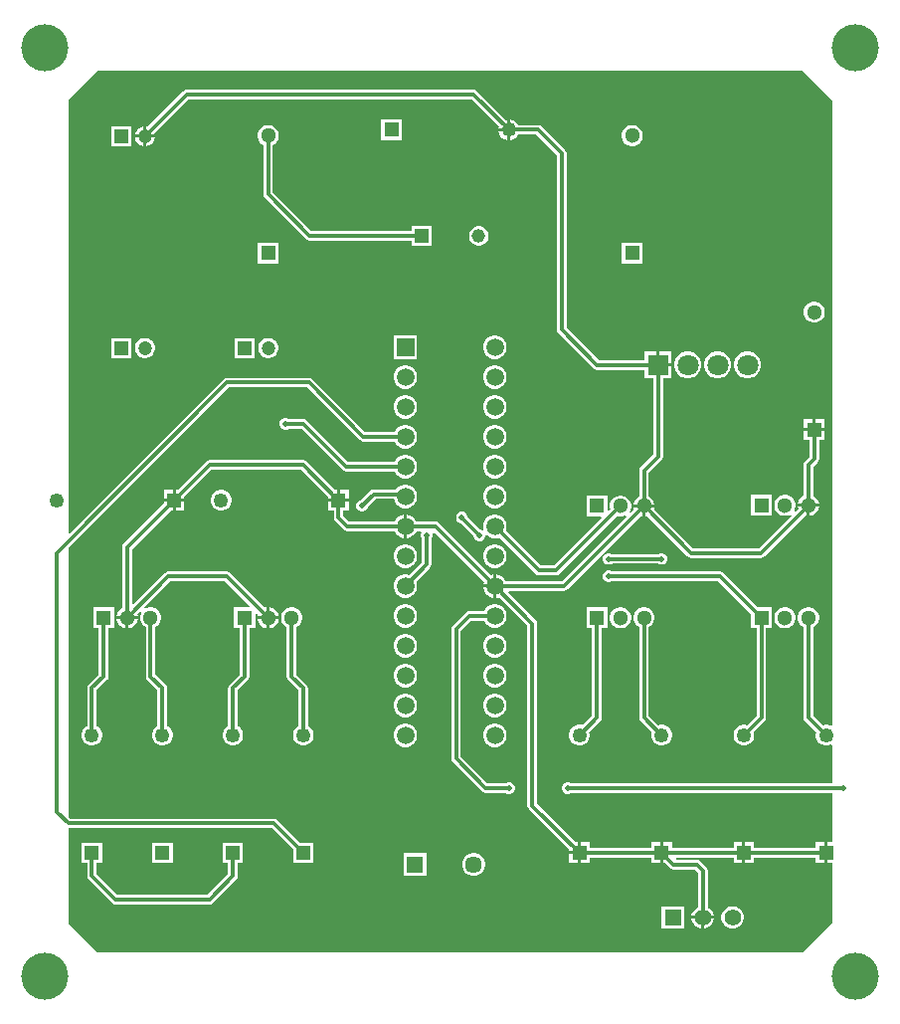
<source format=gtl>
G04*
G04 #@! TF.GenerationSoftware,Altium Limited,Altium Designer,23.3.1 (30)*
G04*
G04 Layer_Physical_Order=1*
G04 Layer_Color=255*
%FSLAX44Y44*%
%MOMM*%
G71*
G04*
G04 #@! TF.SameCoordinates,9B24EA63-C825-4E2D-BC30-5D40CB4EF2F0*
G04*
G04*
G04 #@! TF.FilePolarity,Positive*
G04*
G01*
G75*
%ADD17C,1.3000*%
%ADD18R,1.3000X1.3000*%
%ADD19C,1.1500*%
%ADD20R,1.1500X1.1500*%
%ADD25R,1.2500X1.2500*%
%ADD26C,1.2500*%
%ADD27R,1.3890X1.3890*%
%ADD28C,1.3890*%
%ADD33R,1.2500X1.2500*%
%ADD34R,1.4500X1.4500*%
%ADD35C,1.4500*%
%ADD38C,0.3200*%
%ADD39C,0.3000*%
%ADD40R,1.2000X1.2000*%
%ADD41C,1.2000*%
%ADD42R,1.3000X1.3000*%
%ADD43R,1.5000X1.5000*%
%ADD44C,1.5000*%
%ADD45R,1.8000X1.8000*%
%ADD46C,1.8000*%
%ADD47C,4.0000*%
%ADD48C,0.5000*%
G36*
X700000Y775000D02*
Y243487D01*
X698900Y242852D01*
X698377Y243154D01*
X696152Y243750D01*
X693848D01*
X692404Y243363D01*
X684078Y251689D01*
Y326962D01*
X685526Y327798D01*
X687202Y329474D01*
X688387Y331526D01*
X689000Y333815D01*
Y336185D01*
X688387Y338474D01*
X687202Y340526D01*
X685526Y342202D01*
X683474Y343387D01*
X681185Y344000D01*
X678815D01*
X676526Y343387D01*
X674474Y342202D01*
X672798Y340526D01*
X671613Y338474D01*
X671000Y336185D01*
Y333815D01*
X671613Y331526D01*
X672798Y329474D01*
X674474Y327798D01*
X675922Y326962D01*
Y250000D01*
X675922Y250000D01*
X676232Y248439D01*
X677116Y247116D01*
X686637Y237596D01*
X686250Y236152D01*
Y233848D01*
X686846Y231623D01*
X687998Y229627D01*
X689627Y227998D01*
X691623Y226846D01*
X693848Y226250D01*
X696152D01*
X698377Y226846D01*
X698900Y227148D01*
X700000Y226513D01*
Y194078D01*
X477993D01*
X477832Y194239D01*
X475995Y195000D01*
X474005D01*
X472168Y194239D01*
X470761Y192832D01*
X470000Y190994D01*
Y189005D01*
X470761Y187168D01*
X472168Y185761D01*
X474005Y185000D01*
X475995D01*
X477832Y185761D01*
X477993Y185922D01*
X700000D01*
Y143790D01*
X696270D01*
Y135000D01*
Y126210D01*
X700000D01*
Y75000D01*
X675000Y50000D01*
X75000D01*
X50000Y75000D01*
Y155922D01*
X223311D01*
X241250Y137982D01*
Y126250D01*
X258750D01*
Y143750D01*
X247018D01*
X227884Y162884D01*
X226561Y163768D01*
X225000Y164078D01*
X225000Y164078D01*
X51689D01*
X50000Y165768D01*
Y394232D01*
X186689Y530922D01*
X253311D01*
X298216Y486016D01*
X298216Y486016D01*
X299539Y485132D01*
X301100Y484822D01*
X327708D01*
X328898Y482760D01*
X330760Y480898D01*
X333040Y479581D01*
X335583Y478900D01*
X338217D01*
X340760Y479581D01*
X343040Y480898D01*
X344902Y482760D01*
X346218Y485040D01*
X346900Y487584D01*
Y490216D01*
X346218Y492760D01*
X344902Y495040D01*
X343040Y496902D01*
X340760Y498218D01*
X338217Y498900D01*
X335583D01*
X333040Y498218D01*
X330760Y496902D01*
X328898Y495040D01*
X327708Y492978D01*
X302789D01*
X257884Y537884D01*
X256561Y538768D01*
X255000Y539078D01*
X255000Y539078D01*
X185000D01*
X185000Y539078D01*
X183439Y538768D01*
X182116Y537884D01*
X182116Y537884D01*
X51173Y406941D01*
X50000Y407427D01*
Y775000D01*
X75000Y800000D01*
X675000D01*
X700000Y775000D01*
D02*
G37*
%LPC*%
G36*
X395000Y784180D02*
X150500D01*
X148900Y783862D01*
X147544Y782956D01*
X117310Y752722D01*
X116270Y753001D01*
Y745770D01*
X123501D01*
X123222Y746810D01*
X152232Y775820D01*
X393269D01*
X416574Y752514D01*
X416240Y751270D01*
X423730D01*
Y758760D01*
X422486Y758426D01*
X397956Y782956D01*
X396600Y783862D01*
X395000Y784180D01*
D02*
G37*
G36*
X113730Y753001D02*
X111704Y752458D01*
X109756Y751334D01*
X108166Y749744D01*
X107042Y747796D01*
X106499Y745770D01*
X113730D01*
Y753001D01*
D02*
G37*
G36*
X333750Y758750D02*
X316250D01*
Y741250D01*
X333750D01*
Y758750D01*
D02*
G37*
G36*
X423730Y748730D02*
X416240D01*
X416809Y746607D01*
X417966Y744603D01*
X419603Y742966D01*
X421607Y741809D01*
X423730Y741240D01*
Y748730D01*
D02*
G37*
G36*
X103500Y753000D02*
X86500D01*
Y736000D01*
X103500D01*
Y753000D01*
D02*
G37*
G36*
X531185Y754000D02*
X528815D01*
X526526Y753387D01*
X524474Y752202D01*
X522798Y750526D01*
X521613Y748474D01*
X521000Y746185D01*
Y743815D01*
X521613Y741526D01*
X522798Y739474D01*
X524474Y737798D01*
X526526Y736613D01*
X528815Y736000D01*
X531185D01*
X533474Y736613D01*
X535526Y737798D01*
X537202Y739474D01*
X538387Y741526D01*
X539000Y743815D01*
Y746185D01*
X538387Y748474D01*
X537202Y750526D01*
X535526Y752202D01*
X533474Y753387D01*
X531185Y754000D01*
D02*
G37*
G36*
X123501Y743230D02*
X116270D01*
Y735999D01*
X118296Y736542D01*
X120244Y737666D01*
X121834Y739256D01*
X122958Y741204D01*
X123501Y743230D01*
D02*
G37*
G36*
X113730D02*
X106499D01*
X107042Y741204D01*
X108166Y739256D01*
X109756Y737666D01*
X111704Y736542D01*
X113730Y735999D01*
Y743230D01*
D02*
G37*
G36*
X400486Y668250D02*
X398314D01*
X396216Y667688D01*
X394334Y666602D01*
X392798Y665066D01*
X391712Y663184D01*
X391150Y661086D01*
Y658914D01*
X391712Y656816D01*
X392798Y654934D01*
X394334Y653398D01*
X396216Y652312D01*
X398314Y651750D01*
X400486D01*
X402584Y652312D01*
X404466Y653398D01*
X406002Y654934D01*
X407088Y656816D01*
X407650Y658914D01*
Y661086D01*
X407088Y663184D01*
X406002Y665066D01*
X404466Y666602D01*
X402584Y667688D01*
X400486Y668250D01*
D02*
G37*
G36*
X221185Y754000D02*
X218815D01*
X216526Y753387D01*
X214474Y752202D01*
X212798Y750526D01*
X211613Y748474D01*
X211000Y746185D01*
Y743815D01*
X211613Y741526D01*
X212798Y739474D01*
X214474Y737798D01*
X215922Y736962D01*
Y695000D01*
X215922Y695000D01*
X216232Y693439D01*
X217116Y692116D01*
X252116Y657116D01*
X252116Y657116D01*
X253439Y656232D01*
X255000Y655922D01*
X342350D01*
Y651750D01*
X358850D01*
Y668250D01*
X342350D01*
Y664078D01*
X256689D01*
X224078Y696689D01*
Y736962D01*
X225526Y737798D01*
X227202Y739474D01*
X228387Y741526D01*
X229000Y743815D01*
Y746185D01*
X228387Y748474D01*
X227202Y750526D01*
X225526Y752202D01*
X223474Y753387D01*
X221185Y754000D01*
D02*
G37*
G36*
X539000Y654000D02*
X521000D01*
Y636000D01*
X539000D01*
Y654000D01*
D02*
G37*
G36*
X229000D02*
X211000D01*
Y636000D01*
X229000D01*
Y654000D01*
D02*
G37*
G36*
X686185Y604000D02*
X683815D01*
X681526Y603387D01*
X679474Y602202D01*
X677798Y600526D01*
X676613Y598474D01*
X676000Y596185D01*
Y593815D01*
X676613Y591526D01*
X677798Y589474D01*
X679474Y587798D01*
X681526Y586613D01*
X683815Y586000D01*
X686185D01*
X688474Y586613D01*
X690526Y587798D01*
X692202Y589474D01*
X693387Y591526D01*
X694000Y593815D01*
Y596185D01*
X693387Y598474D01*
X692202Y600526D01*
X690526Y602202D01*
X688474Y603387D01*
X686185Y604000D01*
D02*
G37*
G36*
X221119Y573000D02*
X218881D01*
X216719Y572421D01*
X214781Y571302D01*
X213198Y569719D01*
X212079Y567781D01*
X211500Y565619D01*
Y563381D01*
X212079Y561219D01*
X213198Y559281D01*
X214781Y557698D01*
X216719Y556579D01*
X218881Y556000D01*
X221119D01*
X223281Y556579D01*
X225219Y557698D01*
X226802Y559281D01*
X227921Y561219D01*
X228500Y563381D01*
Y565619D01*
X227921Y567781D01*
X226802Y569719D01*
X225219Y571302D01*
X223281Y572421D01*
X221119Y573000D01*
D02*
G37*
G36*
X208500D02*
X191500D01*
Y556000D01*
X208500D01*
Y573000D01*
D02*
G37*
G36*
X116119D02*
X113881D01*
X111719Y572421D01*
X109781Y571302D01*
X108198Y569719D01*
X107079Y567781D01*
X106500Y565619D01*
Y563381D01*
X107079Y561219D01*
X108198Y559281D01*
X109781Y557698D01*
X111719Y556579D01*
X113881Y556000D01*
X116119D01*
X118281Y556579D01*
X120219Y557698D01*
X121802Y559281D01*
X122921Y561219D01*
X123500Y563381D01*
Y565619D01*
X122921Y567781D01*
X121802Y569719D01*
X120219Y571302D01*
X118281Y572421D01*
X116119Y573000D01*
D02*
G37*
G36*
X103500D02*
X86500D01*
Y556000D01*
X103500D01*
Y573000D01*
D02*
G37*
G36*
X414417Y575100D02*
X411783D01*
X409240Y574418D01*
X406960Y573102D01*
X405098Y571240D01*
X403782Y568960D01*
X403100Y566417D01*
Y563783D01*
X403782Y561240D01*
X405098Y558960D01*
X406960Y557098D01*
X409240Y555782D01*
X411783Y555100D01*
X414417D01*
X416960Y555782D01*
X419240Y557098D01*
X421102Y558960D01*
X422419Y561240D01*
X423100Y563783D01*
Y566417D01*
X422419Y568960D01*
X421102Y571240D01*
X419240Y573102D01*
X416960Y574418D01*
X414417Y575100D01*
D02*
G37*
G36*
X346900D02*
X326900D01*
Y555100D01*
X346900D01*
Y575100D01*
D02*
G37*
G36*
X563440Y561540D02*
X553170D01*
Y551270D01*
X563440D01*
Y561540D01*
D02*
G37*
G36*
X629614Y561500D02*
X626586D01*
X623661Y560716D01*
X621039Y559202D01*
X618898Y557061D01*
X617384Y554439D01*
X616600Y551514D01*
Y548486D01*
X617384Y545561D01*
X618898Y542939D01*
X621039Y540798D01*
X623661Y539284D01*
X626586Y538500D01*
X629614D01*
X632539Y539284D01*
X635161Y540798D01*
X637302Y542939D01*
X638816Y545561D01*
X639600Y548486D01*
Y551514D01*
X638816Y554439D01*
X637302Y557061D01*
X635161Y559202D01*
X632539Y560716D01*
X629614Y561500D01*
D02*
G37*
G36*
X604214D02*
X601186D01*
X598261Y560716D01*
X595639Y559202D01*
X593498Y557061D01*
X591984Y554439D01*
X591200Y551514D01*
Y548486D01*
X591984Y545561D01*
X593498Y542939D01*
X595639Y540798D01*
X598261Y539284D01*
X601186Y538500D01*
X604214D01*
X607139Y539284D01*
X609761Y540798D01*
X611902Y542939D01*
X613416Y545561D01*
X614200Y548486D01*
Y551514D01*
X613416Y554439D01*
X611902Y557061D01*
X609761Y559202D01*
X607139Y560716D01*
X604214Y561500D01*
D02*
G37*
G36*
X578814D02*
X575786D01*
X572861Y560716D01*
X570239Y559202D01*
X568098Y557061D01*
X566584Y554439D01*
X565800Y551514D01*
Y548486D01*
X566584Y545561D01*
X568098Y542939D01*
X570239Y540798D01*
X572861Y539284D01*
X575786Y538500D01*
X578814D01*
X581739Y539284D01*
X584361Y540798D01*
X586502Y542939D01*
X588016Y545561D01*
X588800Y548486D01*
Y551514D01*
X588016Y554439D01*
X586502Y557061D01*
X584361Y559202D01*
X581739Y560716D01*
X578814Y561500D01*
D02*
G37*
G36*
X414417Y549700D02*
X411783D01*
X409240Y549019D01*
X406960Y547702D01*
X405098Y545840D01*
X403782Y543560D01*
X403100Y541017D01*
Y538383D01*
X403782Y535840D01*
X405098Y533560D01*
X406960Y531698D01*
X409240Y530382D01*
X411783Y529700D01*
X414417D01*
X416960Y530382D01*
X419240Y531698D01*
X421102Y533560D01*
X422419Y535840D01*
X423100Y538383D01*
Y541017D01*
X422419Y543560D01*
X421102Y545840D01*
X419240Y547702D01*
X416960Y549019D01*
X414417Y549700D01*
D02*
G37*
G36*
X338217D02*
X335583D01*
X333040Y549019D01*
X330760Y547702D01*
X328898Y545840D01*
X327581Y543560D01*
X326900Y541017D01*
Y538383D01*
X327581Y535840D01*
X328898Y533560D01*
X330760Y531698D01*
X333040Y530382D01*
X335583Y529700D01*
X338217D01*
X340760Y530382D01*
X343040Y531698D01*
X344902Y533560D01*
X346218Y535840D01*
X346900Y538383D01*
Y541017D01*
X346218Y543560D01*
X344902Y545840D01*
X343040Y547702D01*
X340760Y549019D01*
X338217Y549700D01*
D02*
G37*
G36*
X414417Y524300D02*
X411783D01*
X409240Y523619D01*
X406960Y522302D01*
X405098Y520440D01*
X403782Y518160D01*
X403100Y515616D01*
Y512984D01*
X403782Y510440D01*
X405098Y508160D01*
X406960Y506298D01*
X409240Y504981D01*
X411783Y504300D01*
X414417D01*
X416960Y504981D01*
X419240Y506298D01*
X421102Y508160D01*
X422419Y510440D01*
X423100Y512984D01*
Y515616D01*
X422419Y518160D01*
X421102Y520440D01*
X419240Y522302D01*
X416960Y523619D01*
X414417Y524300D01*
D02*
G37*
G36*
X338217D02*
X335583D01*
X333040Y523619D01*
X330760Y522302D01*
X328898Y520440D01*
X327581Y518160D01*
X326900Y515616D01*
Y512984D01*
X327581Y510440D01*
X328898Y508160D01*
X330760Y506298D01*
X333040Y504981D01*
X335583Y504300D01*
X338217D01*
X340760Y504981D01*
X343040Y506298D01*
X344902Y508160D01*
X346218Y510440D01*
X346900Y512984D01*
Y515616D01*
X346218Y518160D01*
X344902Y520440D01*
X343040Y522302D01*
X340760Y523619D01*
X338217Y524300D01*
D02*
G37*
G36*
X694040Y504040D02*
X686270D01*
Y496270D01*
X694040D01*
Y504040D01*
D02*
G37*
G36*
X683730D02*
X675960D01*
Y496270D01*
X683730D01*
Y504040D01*
D02*
G37*
G36*
X414417Y498900D02*
X411783D01*
X409240Y498218D01*
X406960Y496902D01*
X405098Y495040D01*
X403782Y492760D01*
X403100Y490216D01*
Y487584D01*
X403782Y485040D01*
X405098Y482760D01*
X406960Y480898D01*
X409240Y479581D01*
X411783Y478900D01*
X414417D01*
X416960Y479581D01*
X419240Y480898D01*
X421102Y482760D01*
X422419Y485040D01*
X423100Y487584D01*
Y490216D01*
X422419Y492760D01*
X421102Y495040D01*
X419240Y496902D01*
X416960Y498218D01*
X414417Y498900D01*
D02*
G37*
G36*
Y473500D02*
X411783D01*
X409240Y472818D01*
X406960Y471502D01*
X405098Y469640D01*
X403782Y467360D01*
X403100Y464817D01*
Y462183D01*
X403782Y459640D01*
X405098Y457360D01*
X406960Y455498D01*
X409240Y454182D01*
X411783Y453500D01*
X414417D01*
X416960Y454182D01*
X419240Y455498D01*
X421102Y457360D01*
X422419Y459640D01*
X423100Y462183D01*
Y464817D01*
X422419Y467360D01*
X421102Y469640D01*
X419240Y471502D01*
X416960Y472818D01*
X414417Y473500D01*
D02*
G37*
G36*
X235994Y505000D02*
X234005D01*
X232168Y504239D01*
X230761Y502832D01*
X230000Y500995D01*
Y499005D01*
X230761Y497168D01*
X232168Y495761D01*
X234005Y495000D01*
X235994D01*
X237832Y495761D01*
X237993Y495922D01*
X248311D01*
X283616Y460616D01*
X283616Y460616D01*
X284939Y459732D01*
X286500Y459422D01*
X327708D01*
X328898Y457360D01*
X330760Y455498D01*
X333040Y454182D01*
X335583Y453500D01*
X338217D01*
X340760Y454182D01*
X343040Y455498D01*
X344902Y457360D01*
X346218Y459640D01*
X346900Y462183D01*
Y464817D01*
X346218Y467360D01*
X344902Y469640D01*
X343040Y471502D01*
X340760Y472818D01*
X338217Y473500D01*
X335583D01*
X333040Y472818D01*
X330760Y471502D01*
X328898Y469640D01*
X327708Y467578D01*
X288189D01*
X252884Y502884D01*
X251561Y503768D01*
X250000Y504078D01*
X250000Y504078D01*
X237993D01*
X237832Y504239D01*
X235994Y505000D01*
D02*
G37*
G36*
X288790Y443790D02*
X281270D01*
Y436270D01*
X288790D01*
Y443790D01*
D02*
G37*
G36*
X250000Y469180D02*
X170000D01*
X168400Y468862D01*
X167044Y467956D01*
X142878Y443790D01*
X141270D01*
Y436270D01*
X148790D01*
Y437878D01*
X171731Y460820D01*
X248269D01*
X271210Y437878D01*
Y436270D01*
X278730D01*
Y443790D01*
X277122D01*
X252956Y467956D01*
X251600Y468862D01*
X250000Y469180D01*
D02*
G37*
G36*
X138730Y443790D02*
X131210D01*
Y436270D01*
X138730D01*
Y443790D01*
D02*
G37*
G36*
X685000Y495000D02*
D01*
Y493730D01*
X675960D01*
Y485960D01*
X680820D01*
Y471731D01*
X677044Y467956D01*
X676138Y466600D01*
X675820Y465000D01*
Y438525D01*
X674449Y437734D01*
X672766Y436051D01*
X671576Y433989D01*
X670981Y431770D01*
X689019D01*
X688424Y433989D01*
X687234Y436051D01*
X685551Y437734D01*
X684180Y438525D01*
Y463268D01*
X687956Y467044D01*
X688862Y468400D01*
X689180Y470000D01*
Y485960D01*
X694040D01*
Y493730D01*
X685000D01*
Y495000D01*
D02*
G37*
G36*
X426270Y758760D02*
Y750000D01*
Y741240D01*
X428393Y741809D01*
X430397Y742966D01*
X432034Y744603D01*
X432736Y745820D01*
X448268D01*
X465820Y728268D01*
Y580000D01*
X466138Y578400D01*
X467044Y577044D01*
X497044Y547044D01*
X498400Y546138D01*
X500000Y545820D01*
X540360D01*
Y538460D01*
X547720D01*
Y473632D01*
X537044Y462956D01*
X536138Y461600D01*
X535820Y460000D01*
Y438025D01*
X534449Y437234D01*
X532766Y435551D01*
X531576Y433489D01*
X530981Y431270D01*
X549019D01*
X548424Y433489D01*
X547234Y435551D01*
X545551Y437234D01*
X544180Y438025D01*
Y458269D01*
X554856Y468944D01*
X555762Y470300D01*
X556080Y471900D01*
Y538460D01*
X563440D01*
Y548730D01*
X551900D01*
Y550000D01*
X550630D01*
Y561540D01*
X540360D01*
Y554180D01*
X501731D01*
X474180Y581731D01*
Y730000D01*
X473862Y731600D01*
X472956Y732956D01*
X452956Y752956D01*
X451600Y753862D01*
X450000Y754180D01*
X432736D01*
X432034Y755397D01*
X430397Y757034D01*
X428393Y758191D01*
X426270Y758760D01*
D02*
G37*
G36*
X414417Y448100D02*
X411783D01*
X409240Y447419D01*
X406960Y446102D01*
X405098Y444240D01*
X403782Y441960D01*
X403100Y439417D01*
Y436783D01*
X403782Y434240D01*
X405098Y431960D01*
X406960Y430098D01*
X409240Y428782D01*
X411783Y428100D01*
X414417D01*
X416960Y428782D01*
X419240Y430098D01*
X421102Y431960D01*
X422419Y434240D01*
X423100Y436783D01*
Y439417D01*
X422419Y441960D01*
X421102Y444240D01*
X419240Y446102D01*
X416960Y447419D01*
X414417Y448100D01*
D02*
G37*
G36*
X338217D02*
X335583D01*
X333040Y447419D01*
X330760Y446102D01*
X328898Y444240D01*
X328805Y444078D01*
X310000D01*
X308439Y443768D01*
X307116Y442884D01*
X307116Y442884D01*
X299232Y435000D01*
X299005D01*
X297168Y434239D01*
X295761Y432832D01*
X295000Y430994D01*
Y429005D01*
X295761Y427168D01*
X297168Y425761D01*
X299005Y425000D01*
X300994D01*
X302832Y425761D01*
X304239Y427168D01*
X305000Y429005D01*
Y429232D01*
X311689Y435922D01*
X327131D01*
X327581Y434240D01*
X328898Y431960D01*
X330760Y430098D01*
X333040Y428782D01*
X335583Y428100D01*
X338217D01*
X340760Y428782D01*
X343040Y430098D01*
X344902Y431960D01*
X346218Y434240D01*
X346900Y436783D01*
Y439417D01*
X346218Y441960D01*
X344902Y444240D01*
X343040Y446102D01*
X340760Y447419D01*
X338217Y448100D01*
D02*
G37*
G36*
X181152Y443750D02*
X178848D01*
X176623Y443154D01*
X174627Y442002D01*
X172998Y440373D01*
X171846Y438377D01*
X171250Y436152D01*
Y433848D01*
X171846Y431623D01*
X172998Y429627D01*
X174627Y427998D01*
X176623Y426846D01*
X178848Y426250D01*
X181152D01*
X183377Y426846D01*
X185373Y427998D01*
X187002Y429627D01*
X188154Y431623D01*
X188750Y433848D01*
Y436152D01*
X188154Y438377D01*
X187002Y440373D01*
X185373Y442002D01*
X183377Y443154D01*
X181152Y443750D01*
D02*
G37*
G36*
X148790Y433730D02*
X141270D01*
Y426210D01*
X148790D01*
Y433730D01*
D02*
G37*
G36*
X521185Y439000D02*
X518815D01*
X516526Y438387D01*
X514474Y437202D01*
X512798Y435526D01*
X511613Y433474D01*
X511000Y431185D01*
Y428815D01*
X511402Y427314D01*
X510173Y426085D01*
X509000Y426571D01*
Y439000D01*
X491000D01*
Y421000D01*
X503429D01*
X503915Y419827D01*
X463268Y379180D01*
X452532D01*
X422514Y409198D01*
X423100Y411384D01*
Y414016D01*
X422419Y416560D01*
X421102Y418840D01*
X419240Y420702D01*
X416960Y422019D01*
X414417Y422700D01*
X411783D01*
X409240Y422019D01*
X406960Y420702D01*
X405098Y418840D01*
X403782Y416560D01*
X403100Y414016D01*
Y411384D01*
X403376Y410355D01*
X402301Y409459D01*
X400994Y410000D01*
X400768D01*
X390000Y420768D01*
Y420995D01*
X389239Y422832D01*
X387832Y424239D01*
X385995Y425000D01*
X384005D01*
X382168Y424239D01*
X380761Y422832D01*
X380000Y420995D01*
Y419005D01*
X380761Y417168D01*
X382168Y415761D01*
X384005Y415000D01*
X384232D01*
X395000Y404232D01*
Y404005D01*
X395761Y402168D01*
X397168Y400761D01*
X399005Y400000D01*
X400994D01*
X402832Y400761D01*
X404239Y402168D01*
X405000Y404005D01*
Y404862D01*
X406270Y405388D01*
X406960Y404698D01*
X409240Y403382D01*
X411783Y402700D01*
X414417D01*
X416602Y403286D01*
X447844Y372044D01*
X449200Y371138D01*
X450800Y370820D01*
X465000D01*
X466600Y371138D01*
X467956Y372044D01*
X517314Y421402D01*
X518815Y421000D01*
X521185D01*
X523474Y421613D01*
X524495Y422203D01*
X525275Y421187D01*
X470168Y366080D01*
X422280D01*
X421134Y368065D01*
X419265Y369934D01*
X416975Y371256D01*
X414422Y371940D01*
X414370D01*
Y361900D01*
Y351860D01*
X414422D01*
X416635Y352453D01*
X440820Y328268D01*
Y175000D01*
X441138Y173400D01*
X442044Y172044D01*
X476210Y137878D01*
Y136270D01*
X483730D01*
Y143790D01*
X482122D01*
X449180Y176731D01*
Y330000D01*
X448862Y331600D01*
X447956Y332956D01*
X424366Y356546D01*
X424851Y357720D01*
X471900D01*
X473500Y358038D01*
X474856Y358944D01*
X537281Y421370D01*
X538730Y420981D01*
Y428730D01*
X530981D01*
X531370Y427281D01*
X528813Y424725D01*
X527797Y425505D01*
X528387Y426526D01*
X529000Y428815D01*
Y431185D01*
X528387Y433474D01*
X527202Y435526D01*
X525526Y437202D01*
X523474Y438387D01*
X521185Y439000D01*
D02*
G37*
G36*
X649000Y439500D02*
X631000D01*
Y421500D01*
X649000D01*
Y439500D01*
D02*
G37*
G36*
X689019Y429230D02*
X681270D01*
Y421481D01*
X683489Y422076D01*
X685551Y423266D01*
X687234Y424949D01*
X688424Y427011D01*
X689019Y429230D01*
D02*
G37*
G36*
X288790Y433730D02*
X280000D01*
X271210D01*
Y426210D01*
X275820D01*
Y420000D01*
X276138Y418400D01*
X277044Y417044D01*
X284344Y409744D01*
X285700Y408838D01*
X287300Y408520D01*
X327720D01*
X328866Y406535D01*
X330735Y404666D01*
X333025Y403344D01*
X335578Y402660D01*
X335630D01*
Y412700D01*
Y422740D01*
X335578D01*
X333025Y422056D01*
X330735Y420734D01*
X328866Y418865D01*
X327720Y416880D01*
X289032D01*
X284180Y421731D01*
Y426210D01*
X288790D01*
Y433730D01*
D02*
G37*
G36*
X661185Y439500D02*
X658815D01*
X656526Y438887D01*
X654474Y437702D01*
X652798Y436026D01*
X651613Y433974D01*
X651000Y431685D01*
Y429315D01*
X651613Y427026D01*
X652798Y424974D01*
X654474Y423298D01*
X656526Y422113D01*
X658815Y421500D01*
X661185D01*
X663474Y422113D01*
X664495Y422703D01*
X665275Y421687D01*
X637768Y394180D01*
X581731D01*
X548630Y427281D01*
X549019Y428730D01*
X541270D01*
Y420981D01*
X542719Y421370D01*
X577044Y387044D01*
X578400Y386138D01*
X580000Y385820D01*
X639500D01*
X641100Y386138D01*
X642456Y387044D01*
X677281Y421870D01*
X678730Y421481D01*
Y429230D01*
X670981D01*
X671369Y427781D01*
X668813Y425225D01*
X667797Y426005D01*
X668387Y427026D01*
X669000Y429315D01*
Y431685D01*
X668387Y433974D01*
X667202Y436026D01*
X665526Y437702D01*
X663474Y438887D01*
X661185Y439500D01*
D02*
G37*
G36*
X555994Y390000D02*
X554005D01*
X552168Y389239D01*
X552007Y389078D01*
X512993D01*
X512832Y389239D01*
X510995Y390000D01*
X509005D01*
X507168Y389239D01*
X505761Y387832D01*
X505000Y385995D01*
Y384005D01*
X505761Y382168D01*
X507168Y380761D01*
X509005Y380000D01*
X510995D01*
X512832Y380761D01*
X512993Y380922D01*
X552007D01*
X552168Y380761D01*
X554005Y380000D01*
X555994D01*
X557832Y380761D01*
X559239Y382168D01*
X560000Y384005D01*
Y385995D01*
X559239Y387832D01*
X557832Y389239D01*
X555994Y390000D01*
D02*
G37*
G36*
X414417Y397300D02*
X411783D01*
X409240Y396618D01*
X406960Y395302D01*
X405098Y393440D01*
X403782Y391160D01*
X403100Y388616D01*
Y385984D01*
X403782Y383440D01*
X405098Y381160D01*
X406960Y379298D01*
X409240Y377981D01*
X411783Y377300D01*
X414417D01*
X416960Y377981D01*
X419240Y379298D01*
X421102Y381160D01*
X422419Y383440D01*
X423100Y385984D01*
Y388616D01*
X422419Y391160D01*
X421102Y393440D01*
X419240Y395302D01*
X416960Y396618D01*
X414417Y397300D01*
D02*
G37*
G36*
X338217D02*
X335583D01*
X333040Y396618D01*
X330760Y395302D01*
X328898Y393440D01*
X327581Y391160D01*
X326900Y388616D01*
Y385984D01*
X327581Y383440D01*
X328898Y381160D01*
X330760Y379298D01*
X333040Y377981D01*
X335583Y377300D01*
X338217D01*
X340760Y377981D01*
X343040Y379298D01*
X344902Y381160D01*
X346218Y383440D01*
X346900Y385984D01*
Y388616D01*
X346218Y391160D01*
X344902Y393440D01*
X343040Y395302D01*
X340760Y396618D01*
X338217Y397300D01*
D02*
G37*
G36*
X338222Y422740D02*
X338170D01*
Y412700D01*
Y402660D01*
X338222D01*
X340775Y403344D01*
X343065Y404666D01*
X344934Y406535D01*
X346080Y408520D01*
X349789D01*
X350520Y407250D01*
X350000Y405994D01*
Y404005D01*
X350761Y402168D01*
X350922Y402007D01*
Y381689D01*
X340516Y371284D01*
X338217Y371900D01*
X335583D01*
X333040Y371218D01*
X330760Y369902D01*
X328898Y368040D01*
X327581Y365760D01*
X326900Y363217D01*
Y360583D01*
X327581Y358040D01*
X328898Y355760D01*
X330760Y353898D01*
X333040Y352581D01*
X335583Y351900D01*
X338217D01*
X340760Y352581D01*
X343040Y353898D01*
X344902Y355760D01*
X346218Y358040D01*
X346900Y360583D01*
Y363217D01*
X346284Y365516D01*
X357884Y377116D01*
X357884Y377116D01*
X358768Y378439D01*
X359078Y380000D01*
X359078Y380000D01*
Y402007D01*
X359239Y402168D01*
X360000Y404005D01*
Y405994D01*
X359854Y406348D01*
X360654Y407735D01*
X361271Y407817D01*
X403653Y365435D01*
X403060Y363222D01*
Y363170D01*
X411830D01*
Y371940D01*
X411778D01*
X409565Y371347D01*
X365256Y415656D01*
X363900Y416562D01*
X362300Y416880D01*
X346080D01*
X344934Y418865D01*
X343065Y420734D01*
X340775Y422056D01*
X338222Y422740D01*
D02*
G37*
G36*
X411830Y360630D02*
X403060D01*
Y360578D01*
X403744Y358025D01*
X405066Y355735D01*
X406935Y353866D01*
X409225Y352544D01*
X411778Y351860D01*
X411830D01*
Y360630D01*
D02*
G37*
G36*
X414417Y346500D02*
X411783D01*
X409240Y345818D01*
X406960Y344502D01*
X405098Y342640D01*
X403908Y340578D01*
X391500D01*
X391500Y340578D01*
X389939Y340268D01*
X388616Y339384D01*
X388616Y339384D01*
X377116Y327884D01*
X376232Y326561D01*
X375922Y325000D01*
X375922Y325000D01*
Y215000D01*
X375922Y215000D01*
X376232Y213439D01*
X377116Y212116D01*
X402116Y187116D01*
X402116Y187116D01*
X403439Y186232D01*
X405000Y185922D01*
X422007D01*
X422168Y185761D01*
X424005Y185000D01*
X425995D01*
X427832Y185761D01*
X429239Y187168D01*
X430000Y189005D01*
Y190994D01*
X429239Y192832D01*
X427832Y194239D01*
X425995Y195000D01*
X424005D01*
X422168Y194239D01*
X422007Y194078D01*
X406689D01*
X384078Y216689D01*
Y323311D01*
X393189Y332422D01*
X403908D01*
X405098Y330360D01*
X406960Y328498D01*
X409240Y327182D01*
X411783Y326500D01*
X414417D01*
X416960Y327182D01*
X419240Y328498D01*
X421102Y330360D01*
X422419Y332640D01*
X423100Y335183D01*
Y337817D01*
X422419Y340360D01*
X421102Y342640D01*
X419240Y344502D01*
X416960Y345818D01*
X414417Y346500D01*
D02*
G37*
G36*
X221270Y344019D02*
Y336270D01*
X229019D01*
X228424Y338489D01*
X227234Y340551D01*
X225551Y342234D01*
X223489Y343424D01*
X221270Y344019D01*
D02*
G37*
G36*
X138730Y433730D02*
X131210D01*
Y432122D01*
X97044Y397956D01*
X96138Y396600D01*
X95820Y395000D01*
Y343025D01*
X94449Y342234D01*
X92766Y340551D01*
X91576Y338489D01*
X90981Y336270D01*
X109019D01*
X108630Y337719D01*
X111187Y340275D01*
X112203Y339495D01*
X111613Y338474D01*
X111000Y336185D01*
Y333815D01*
X111613Y331526D01*
X112798Y329474D01*
X114474Y327798D01*
X115922Y326962D01*
Y285000D01*
X115922Y285000D01*
X116232Y283439D01*
X117116Y282116D01*
X125922Y273311D01*
Y242749D01*
X124627Y242002D01*
X122998Y240373D01*
X121846Y238377D01*
X121250Y236152D01*
Y233848D01*
X121846Y231623D01*
X122998Y229627D01*
X124627Y227998D01*
X126623Y226846D01*
X128848Y226250D01*
X131152D01*
X133377Y226846D01*
X135373Y227998D01*
X137002Y229627D01*
X138154Y231623D01*
X138750Y233848D01*
Y236152D01*
X138154Y238377D01*
X137002Y240373D01*
X135373Y242002D01*
X134078Y242749D01*
Y275000D01*
X133768Y276561D01*
X132884Y277884D01*
X132884Y277884D01*
X124078Y286689D01*
Y326962D01*
X125526Y327798D01*
X127202Y329474D01*
X128387Y331526D01*
X129000Y333815D01*
Y336185D01*
X128387Y338474D01*
X127202Y340526D01*
X125526Y342202D01*
X123474Y343387D01*
X121185Y344000D01*
X118815D01*
X116526Y343387D01*
X115505Y342797D01*
X114725Y343813D01*
X136732Y365820D01*
X183268D01*
X203915Y345173D01*
X203429Y344000D01*
X191000D01*
Y326000D01*
X195922D01*
Y286689D01*
X187116Y277884D01*
X186232Y276561D01*
X185922Y275000D01*
X185922Y275000D01*
Y242749D01*
X184627Y242002D01*
X182998Y240373D01*
X181846Y238377D01*
X181250Y236152D01*
Y233848D01*
X181846Y231623D01*
X182998Y229627D01*
X184627Y227998D01*
X186623Y226846D01*
X188848Y226250D01*
X191152D01*
X193377Y226846D01*
X195373Y227998D01*
X197002Y229627D01*
X198154Y231623D01*
X198750Y233848D01*
Y236152D01*
X198154Y238377D01*
X197002Y240373D01*
X195373Y242002D01*
X194078Y242749D01*
Y273311D01*
X202884Y282116D01*
X202884Y282116D01*
X203768Y283439D01*
X204078Y285000D01*
Y326000D01*
X209000D01*
Y338429D01*
X210173Y338915D01*
X211370Y337719D01*
X210981Y336270D01*
X218730D01*
Y344019D01*
X217281Y343630D01*
X187956Y372956D01*
X186600Y373862D01*
X185000Y374180D01*
X135000D01*
X133400Y373862D01*
X132044Y372956D01*
X105354Y346265D01*
X104180Y346752D01*
Y393268D01*
X137122Y426210D01*
X138730D01*
Y433730D01*
D02*
G37*
G36*
X338217Y346500D02*
X335583D01*
X333040Y345818D01*
X330760Y344502D01*
X328898Y342640D01*
X327581Y340360D01*
X326900Y337817D01*
Y335183D01*
X327581Y332640D01*
X328898Y330360D01*
X330760Y328498D01*
X333040Y327182D01*
X335583Y326500D01*
X338217D01*
X340760Y327182D01*
X343040Y328498D01*
X344902Y330360D01*
X346218Y332640D01*
X346900Y335183D01*
Y337817D01*
X346218Y340360D01*
X344902Y342640D01*
X343040Y344502D01*
X340760Y345818D01*
X338217Y346500D01*
D02*
G37*
G36*
X661185Y344000D02*
X658815D01*
X656526Y343387D01*
X654474Y342202D01*
X652798Y340526D01*
X651613Y338474D01*
X651000Y336185D01*
Y333815D01*
X651613Y331526D01*
X652798Y329474D01*
X654474Y327798D01*
X656526Y326613D01*
X658815Y326000D01*
X661185D01*
X663474Y326613D01*
X665526Y327798D01*
X667202Y329474D01*
X668387Y331526D01*
X669000Y333815D01*
Y336185D01*
X668387Y338474D01*
X667202Y340526D01*
X665526Y342202D01*
X663474Y343387D01*
X661185Y344000D01*
D02*
G37*
G36*
X521185D02*
X518815D01*
X516526Y343387D01*
X514474Y342202D01*
X512798Y340526D01*
X511613Y338474D01*
X511000Y336185D01*
Y333815D01*
X511613Y331526D01*
X512798Y329474D01*
X514474Y327798D01*
X516526Y326613D01*
X518815Y326000D01*
X521185D01*
X523474Y326613D01*
X525526Y327798D01*
X527202Y329474D01*
X528387Y331526D01*
X529000Y333815D01*
Y336185D01*
X528387Y338474D01*
X527202Y340526D01*
X525526Y342202D01*
X523474Y343387D01*
X521185Y344000D01*
D02*
G37*
G36*
X229019Y333730D02*
X221270D01*
Y325981D01*
X223489Y326576D01*
X225551Y327766D01*
X227234Y329449D01*
X228424Y331511D01*
X229019Y333730D01*
D02*
G37*
G36*
X218730D02*
X210981D01*
X211576Y331511D01*
X212766Y329449D01*
X214449Y327766D01*
X216511Y326576D01*
X218730Y325981D01*
Y333730D01*
D02*
G37*
G36*
X109019D02*
X101270D01*
Y325981D01*
X103489Y326576D01*
X105551Y327766D01*
X107234Y329449D01*
X108424Y331511D01*
X109019Y333730D01*
D02*
G37*
G36*
X98730D02*
X90981D01*
X91576Y331511D01*
X92766Y329449D01*
X94449Y327766D01*
X96511Y326576D01*
X98730Y325981D01*
Y333730D01*
D02*
G37*
G36*
X414417Y321100D02*
X411783D01*
X409240Y320419D01*
X406960Y319102D01*
X405098Y317240D01*
X403782Y314960D01*
X403100Y312416D01*
Y309783D01*
X403782Y307240D01*
X405098Y304960D01*
X406960Y303098D01*
X409240Y301782D01*
X411783Y301100D01*
X414417D01*
X416960Y301782D01*
X419240Y303098D01*
X421102Y304960D01*
X422419Y307240D01*
X423100Y309783D01*
Y312416D01*
X422419Y314960D01*
X421102Y317240D01*
X419240Y319102D01*
X416960Y320419D01*
X414417Y321100D01*
D02*
G37*
G36*
X338217D02*
X335583D01*
X333040Y320419D01*
X330760Y319102D01*
X328898Y317240D01*
X327581Y314960D01*
X326900Y312416D01*
Y309783D01*
X327581Y307240D01*
X328898Y304960D01*
X330760Y303098D01*
X333040Y301782D01*
X335583Y301100D01*
X338217D01*
X340760Y301782D01*
X343040Y303098D01*
X344902Y304960D01*
X346218Y307240D01*
X346900Y309783D01*
Y312416D01*
X346218Y314960D01*
X344902Y317240D01*
X343040Y319102D01*
X340760Y320419D01*
X338217Y321100D01*
D02*
G37*
G36*
X414417Y295700D02*
X411783D01*
X409240Y295019D01*
X406960Y293702D01*
X405098Y291840D01*
X403782Y289560D01*
X403100Y287017D01*
Y284384D01*
X403782Y281840D01*
X405098Y279560D01*
X406960Y277698D01*
X409240Y276381D01*
X411783Y275700D01*
X414417D01*
X416960Y276381D01*
X419240Y277698D01*
X421102Y279560D01*
X422419Y281840D01*
X423100Y284384D01*
Y287017D01*
X422419Y289560D01*
X421102Y291840D01*
X419240Y293702D01*
X416960Y295019D01*
X414417Y295700D01*
D02*
G37*
G36*
X338217D02*
X335583D01*
X333040Y295019D01*
X330760Y293702D01*
X328898Y291840D01*
X327581Y289560D01*
X326900Y287017D01*
Y284384D01*
X327581Y281840D01*
X328898Y279560D01*
X330760Y277698D01*
X333040Y276381D01*
X335583Y275700D01*
X338217D01*
X340760Y276381D01*
X343040Y277698D01*
X344902Y279560D01*
X346218Y281840D01*
X346900Y284384D01*
Y287017D01*
X346218Y289560D01*
X344902Y291840D01*
X343040Y293702D01*
X340760Y295019D01*
X338217Y295700D01*
D02*
G37*
G36*
X414417Y270300D02*
X411783D01*
X409240Y269618D01*
X406960Y268302D01*
X405098Y266440D01*
X403782Y264160D01*
X403100Y261616D01*
Y258983D01*
X403782Y256440D01*
X405098Y254160D01*
X406960Y252298D01*
X409240Y250982D01*
X411783Y250300D01*
X414417D01*
X416960Y250982D01*
X419240Y252298D01*
X421102Y254160D01*
X422419Y256440D01*
X423100Y258983D01*
Y261616D01*
X422419Y264160D01*
X421102Y266440D01*
X419240Y268302D01*
X416960Y269618D01*
X414417Y270300D01*
D02*
G37*
G36*
X338217D02*
X335583D01*
X333040Y269618D01*
X330760Y268302D01*
X328898Y266440D01*
X327581Y264160D01*
X326900Y261616D01*
Y258983D01*
X327581Y256440D01*
X328898Y254160D01*
X330760Y252298D01*
X333040Y250982D01*
X335583Y250300D01*
X338217D01*
X340760Y250982D01*
X343040Y252298D01*
X344902Y254160D01*
X346218Y256440D01*
X346900Y258983D01*
Y261616D01*
X346218Y264160D01*
X344902Y266440D01*
X343040Y268302D01*
X340760Y269618D01*
X338217Y270300D01*
D02*
G37*
G36*
X510995Y375000D02*
X509005D01*
X507168Y374239D01*
X505761Y372832D01*
X505000Y370995D01*
Y369005D01*
X505761Y367168D01*
X507168Y365761D01*
X509005Y365000D01*
X510995D01*
X512832Y365761D01*
X512993Y365922D01*
X603311D01*
X631000Y338232D01*
Y326000D01*
X635922D01*
Y251689D01*
X627595Y243363D01*
X626152Y243750D01*
X623848D01*
X621623Y243154D01*
X619627Y242002D01*
X617998Y240373D01*
X616846Y238377D01*
X616250Y236152D01*
Y233848D01*
X616846Y231623D01*
X617998Y229627D01*
X619627Y227998D01*
X621623Y226846D01*
X623848Y226250D01*
X626152D01*
X628377Y226846D01*
X630373Y227998D01*
X632002Y229627D01*
X633154Y231623D01*
X633750Y233848D01*
Y236152D01*
X633363Y237596D01*
X642884Y247116D01*
X642884Y247116D01*
X643768Y248439D01*
X644078Y250000D01*
X644078Y250000D01*
Y326000D01*
X649000D01*
Y344000D01*
X636768D01*
X607884Y372884D01*
X606561Y373768D01*
X605000Y374078D01*
X605000Y374078D01*
X512993D01*
X512832Y374239D01*
X510995Y375000D01*
D02*
G37*
G36*
X509000Y344000D02*
X491000D01*
Y326000D01*
X495922D01*
Y251689D01*
X487595Y243363D01*
X486152Y243750D01*
X483848D01*
X481623Y243154D01*
X479627Y242002D01*
X477998Y240373D01*
X476846Y238377D01*
X476250Y236152D01*
Y233848D01*
X476846Y231623D01*
X477998Y229627D01*
X479627Y227998D01*
X481623Y226846D01*
X483848Y226250D01*
X486152D01*
X488377Y226846D01*
X490373Y227998D01*
X492002Y229627D01*
X493154Y231623D01*
X493750Y233848D01*
Y236152D01*
X493363Y237596D01*
X502884Y247116D01*
X502884Y247116D01*
X503768Y248439D01*
X504078Y250000D01*
Y326000D01*
X509000D01*
Y344000D01*
D02*
G37*
G36*
X541185D02*
X538815D01*
X536526Y343387D01*
X534474Y342202D01*
X532798Y340526D01*
X531613Y338474D01*
X531000Y336185D01*
Y333815D01*
X531613Y331526D01*
X532798Y329474D01*
X534474Y327798D01*
X535922Y326962D01*
Y250000D01*
X535922Y250000D01*
X536232Y248439D01*
X537116Y247116D01*
X546637Y237596D01*
X546250Y236152D01*
Y233848D01*
X546846Y231623D01*
X547998Y229627D01*
X549627Y227998D01*
X551623Y226846D01*
X553848Y226250D01*
X556152D01*
X558377Y226846D01*
X560373Y227998D01*
X562002Y229627D01*
X563154Y231623D01*
X563750Y233848D01*
Y236152D01*
X563154Y238377D01*
X562002Y240373D01*
X560373Y242002D01*
X558377Y243154D01*
X556152Y243750D01*
X553848D01*
X552405Y243363D01*
X544078Y251689D01*
Y326962D01*
X545526Y327798D01*
X547202Y329474D01*
X548387Y331526D01*
X549000Y333815D01*
Y336185D01*
X548387Y338474D01*
X547202Y340526D01*
X545526Y342202D01*
X543474Y343387D01*
X541185Y344000D01*
D02*
G37*
G36*
X241185D02*
X238815D01*
X236526Y343387D01*
X234474Y342202D01*
X232798Y340526D01*
X231613Y338474D01*
X231000Y336185D01*
Y333815D01*
X231613Y331526D01*
X232798Y329474D01*
X234474Y327798D01*
X235922Y326962D01*
Y285000D01*
X235922Y285000D01*
X236232Y283439D01*
X237116Y282116D01*
X245922Y273311D01*
Y242749D01*
X244627Y242002D01*
X242998Y240373D01*
X241846Y238377D01*
X241250Y236152D01*
Y233848D01*
X241846Y231623D01*
X242998Y229627D01*
X244627Y227998D01*
X246623Y226846D01*
X248848Y226250D01*
X251152D01*
X253377Y226846D01*
X255373Y227998D01*
X257002Y229627D01*
X258154Y231623D01*
X258750Y233848D01*
Y236152D01*
X258154Y238377D01*
X257002Y240373D01*
X255373Y242002D01*
X254078Y242749D01*
Y275000D01*
X254078Y275000D01*
X253768Y276561D01*
X252884Y277884D01*
X244078Y286689D01*
Y326962D01*
X245526Y327798D01*
X247202Y329474D01*
X248387Y331526D01*
X249000Y333815D01*
Y336185D01*
X248387Y338474D01*
X247202Y340526D01*
X245526Y342202D01*
X243474Y343387D01*
X241185Y344000D01*
D02*
G37*
G36*
X89000D02*
X71000D01*
Y326000D01*
X75922D01*
Y286689D01*
X67116Y277884D01*
X66232Y276561D01*
X65922Y275000D01*
X65922Y275000D01*
Y242749D01*
X64627Y242002D01*
X62998Y240373D01*
X61846Y238377D01*
X61250Y236152D01*
Y233848D01*
X61846Y231623D01*
X62998Y229627D01*
X64627Y227998D01*
X66623Y226846D01*
X68848Y226250D01*
X71152D01*
X73377Y226846D01*
X75373Y227998D01*
X77002Y229627D01*
X78154Y231623D01*
X78750Y233848D01*
Y236152D01*
X78154Y238377D01*
X77002Y240373D01*
X75373Y242002D01*
X74078Y242749D01*
Y273311D01*
X82884Y282116D01*
X83768Y283439D01*
X84078Y285000D01*
X84078Y285000D01*
Y326000D01*
X89000D01*
Y344000D01*
D02*
G37*
G36*
X414417Y244900D02*
X411783D01*
X409240Y244219D01*
X406960Y242902D01*
X405098Y241040D01*
X403782Y238760D01*
X403100Y236217D01*
Y233584D01*
X403782Y231040D01*
X405098Y228760D01*
X406960Y226898D01*
X409240Y225581D01*
X411783Y224900D01*
X414417D01*
X416960Y225581D01*
X419240Y226898D01*
X421102Y228760D01*
X422419Y231040D01*
X423100Y233584D01*
Y236217D01*
X422419Y238760D01*
X421102Y241040D01*
X419240Y242902D01*
X416960Y244219D01*
X414417Y244900D01*
D02*
G37*
G36*
X338217D02*
X335583D01*
X333040Y244219D01*
X330760Y242902D01*
X328898Y241040D01*
X327581Y238760D01*
X326900Y236217D01*
Y233584D01*
X327581Y231040D01*
X328898Y228760D01*
X330760Y226898D01*
X333040Y225581D01*
X335583Y224900D01*
X338217D01*
X340760Y225581D01*
X343040Y226898D01*
X344902Y228760D01*
X346218Y231040D01*
X346900Y233584D01*
Y236217D01*
X346218Y238760D01*
X344902Y241040D01*
X343040Y242902D01*
X340760Y244219D01*
X338217Y244900D01*
D02*
G37*
G36*
X693730Y143790D02*
X686210D01*
Y139180D01*
X633790D01*
Y143790D01*
X626270D01*
Y135000D01*
Y126210D01*
X633790D01*
Y130820D01*
X686210D01*
Y126210D01*
X693730D01*
Y135000D01*
Y143790D01*
D02*
G37*
G36*
X623730D02*
X616210D01*
Y139180D01*
X563790D01*
Y143790D01*
X556270D01*
Y135000D01*
Y126210D01*
X557878D01*
X562044Y122044D01*
X563400Y121138D01*
X565000Y120820D01*
X583269D01*
X585820Y118268D01*
Y88539D01*
X584176Y87590D01*
X582410Y85824D01*
X581161Y83661D01*
X580521Y81270D01*
X599479D01*
X598839Y83661D01*
X597590Y85824D01*
X595824Y87590D01*
X594180Y88539D01*
Y120000D01*
X593862Y121600D01*
X592956Y122956D01*
X587956Y127956D01*
X586600Y128862D01*
X585000Y129180D01*
X567447D01*
X567178Y129550D01*
X567825Y130820D01*
X616210D01*
Y126210D01*
X623730D01*
Y135000D01*
Y143790D01*
D02*
G37*
G36*
X553730D02*
X546210D01*
Y139180D01*
X493790D01*
Y143790D01*
X486270D01*
Y135000D01*
Y126210D01*
X493790D01*
Y130820D01*
X546210D01*
Y126210D01*
X553730D01*
Y135000D01*
Y143790D01*
D02*
G37*
G36*
X138750Y143750D02*
X121250D01*
Y126250D01*
X138750D01*
Y143750D01*
D02*
G37*
G36*
X483730Y133730D02*
X476210D01*
Y126210D01*
X483730D01*
Y133730D01*
D02*
G37*
G36*
X396284Y134750D02*
X393716D01*
X391237Y134086D01*
X389013Y132802D01*
X387198Y130987D01*
X385914Y128763D01*
X385250Y126284D01*
Y123716D01*
X385914Y121237D01*
X387198Y119013D01*
X389013Y117198D01*
X391237Y115914D01*
X393716Y115250D01*
X396284D01*
X398763Y115914D01*
X400987Y117198D01*
X402802Y119013D01*
X404086Y121237D01*
X404750Y123716D01*
Y126284D01*
X404086Y128763D01*
X402802Y130987D01*
X400987Y132802D01*
X398763Y134086D01*
X396284Y134750D01*
D02*
G37*
G36*
X354750D02*
X335250D01*
Y115250D01*
X354750D01*
Y134750D01*
D02*
G37*
G36*
X198750Y143750D02*
X181250D01*
Y126250D01*
X185922D01*
Y116689D01*
X168311Y99078D01*
X91689D01*
X74078Y116689D01*
Y126250D01*
X78750D01*
Y143750D01*
X61250D01*
Y126250D01*
X65922D01*
Y115000D01*
X65922Y115000D01*
X66232Y113439D01*
X67116Y112116D01*
X87116Y92116D01*
X88439Y91232D01*
X90000Y90922D01*
X90000Y90922D01*
X170000D01*
X170000Y90922D01*
X171561Y91232D01*
X172884Y92116D01*
X192884Y112116D01*
X192884Y112116D01*
X193768Y113439D01*
X194078Y115000D01*
Y126250D01*
X198750D01*
Y143750D01*
D02*
G37*
G36*
X616643Y89445D02*
X614156D01*
X611754Y88801D01*
X609601Y87558D01*
X607842Y85799D01*
X606599Y83646D01*
X605955Y81243D01*
Y78756D01*
X606599Y76354D01*
X607842Y74201D01*
X609601Y72442D01*
X611754Y71199D01*
X614156Y70555D01*
X616643D01*
X619046Y71199D01*
X621199Y72442D01*
X622958Y74201D01*
X624201Y76354D01*
X624845Y78756D01*
Y81243D01*
X624201Y83646D01*
X622958Y85799D01*
X621199Y87558D01*
X619046Y88801D01*
X616643Y89445D01*
D02*
G37*
G36*
X574045D02*
X555155D01*
Y70555D01*
X574045D01*
Y89445D01*
D02*
G37*
G36*
X599479Y78730D02*
X591270D01*
Y70521D01*
X593661Y71161D01*
X595824Y72410D01*
X597590Y74176D01*
X598839Y76339D01*
X599479Y78730D01*
D02*
G37*
G36*
X588730D02*
X580521D01*
X581161Y76339D01*
X582410Y74176D01*
X584176Y72410D01*
X586339Y71161D01*
X588730Y70521D01*
Y78730D01*
D02*
G37*
%LPD*%
D17*
X685000Y595000D02*
D03*
X660000Y335000D02*
D03*
X680000D02*
D03*
X520000D02*
D03*
X540000D02*
D03*
X660000Y430500D02*
D03*
X680000D02*
D03*
X520000Y430000D02*
D03*
X540000D02*
D03*
X100000Y335000D02*
D03*
X120000D02*
D03*
X220000D02*
D03*
X240000D02*
D03*
X530000Y745000D02*
D03*
X220000D02*
D03*
D18*
X685000Y495000D02*
D03*
X530000Y645000D02*
D03*
X220000D02*
D03*
D19*
X399400Y660000D02*
D03*
D20*
X350600D02*
D03*
D25*
X485000Y135000D02*
D03*
X555000D02*
D03*
X625000D02*
D03*
X695000D02*
D03*
X250000D02*
D03*
X190000D02*
D03*
X130000D02*
D03*
X70000D02*
D03*
D26*
X485000Y235000D02*
D03*
X555000D02*
D03*
X625000D02*
D03*
X695000D02*
D03*
X250000D02*
D03*
X190000D02*
D03*
X130000D02*
D03*
X70000D02*
D03*
X425000Y750000D02*
D03*
X180000Y435000D02*
D03*
X40000D02*
D03*
D27*
X564600Y80000D02*
D03*
D28*
X590000D02*
D03*
X615400D02*
D03*
D33*
X325000Y750000D02*
D03*
X280000Y435000D02*
D03*
X140000D02*
D03*
D34*
X345000Y125000D02*
D03*
D35*
X395000D02*
D03*
D38*
X680000Y430500D02*
Y465000D01*
X685000Y470000D02*
Y495000D01*
X680000Y465000D02*
X685000Y470000D01*
X470000Y580000D02*
Y730000D01*
X140000Y435000D02*
X170000Y465000D01*
X100000Y395000D02*
X140000Y435000D01*
X100000Y335000D02*
Y395000D01*
X395000Y780000D02*
X425000Y750000D01*
X150500Y780000D02*
X395000D01*
X115000Y744500D02*
X150500Y780000D01*
X450000Y750000D02*
X470000Y730000D01*
X425000Y750000D02*
X450000D01*
X470000Y580000D02*
X500000Y550000D01*
X551900D01*
X413100Y412700D02*
X450800Y375000D01*
X465000D01*
X413100Y361900D02*
X471900D01*
X465000Y375000D02*
X520000Y430000D01*
X471900Y361900D02*
X540000Y430000D01*
X551900Y471900D02*
Y550000D01*
X540000Y460000D02*
X551900Y471900D01*
X280000Y420000D02*
Y435000D01*
Y420000D02*
X287300Y412700D01*
X336900D02*
X362300D01*
X287300D02*
X336900D01*
X250000Y465000D02*
X280000Y435000D01*
X639500Y390000D02*
X680000Y430500D01*
X540000Y430000D02*
X580000Y390000D01*
X639500D01*
X445000Y175000D02*
Y330000D01*
Y175000D02*
X485000Y135000D01*
X413100Y361900D02*
X445000Y330000D01*
X540000Y430000D02*
Y460000D01*
X185000Y370000D02*
X220000Y335000D01*
X135000Y370000D02*
X185000D01*
X100000Y335000D02*
X135000Y370000D01*
X170000Y465000D02*
X250000D01*
X362300Y412700D02*
X413100Y361900D01*
X585000Y125000D02*
X590000Y120000D01*
Y80000D02*
Y120000D01*
X555000Y135000D02*
X565000Y125000D01*
X585000D01*
X625000Y135000D02*
X695000D01*
X555000D02*
X625000D01*
X485000D02*
X555000D01*
D39*
X185000Y535000D02*
X255000D01*
X301100Y488900D01*
X40000Y390000D02*
X185000Y535000D01*
X40000Y170000D02*
Y390000D01*
X335000Y440000D02*
X336900Y438100D01*
X300000Y430000D02*
X310000Y440000D01*
X335000D01*
X250000Y500000D02*
X286500Y463500D01*
X336900D01*
X40000Y170000D02*
X50000Y160000D01*
X380000Y215000D02*
Y325000D01*
Y215000D02*
X405000Y190000D01*
X425000D01*
X255000Y660000D02*
X350600D01*
X220000Y695000D02*
Y745000D01*
Y695000D02*
X255000Y660000D01*
X510000Y385000D02*
X555000D01*
X385000Y420000D02*
X400000Y405000D01*
X510000Y370000D02*
X605000D01*
X640000Y335000D01*
X355000Y380000D02*
Y405000D01*
X336900Y361900D02*
X355000Y380000D01*
X385000Y420000D02*
Y420000D01*
X90000Y95000D02*
X170000D01*
X190000Y115000D01*
Y135000D01*
X70000Y115000D02*
Y135000D01*
Y115000D02*
X90000Y95000D01*
X50000Y160000D02*
X225000D01*
X250000Y135000D01*
X301100Y488900D02*
X336900D01*
X235000Y500000D02*
X250000D01*
X240000Y285000D02*
X250000Y275000D01*
Y235000D02*
Y275000D01*
X240000Y285000D02*
Y335000D01*
X200000Y285000D02*
Y335000D01*
X190000Y235000D02*
Y275000D01*
X200000Y285000D01*
X120000D02*
Y335000D01*
X130000Y235000D02*
Y275000D01*
X120000Y285000D02*
X130000Y275000D01*
X80000Y285000D02*
Y335000D01*
X70000Y235000D02*
Y275000D01*
X80000Y285000D01*
X391500Y336500D02*
X413100D01*
X380000Y325000D02*
X391500Y336500D01*
X475000Y190000D02*
X710000D01*
X500000Y250000D02*
Y335000D01*
X485000Y235000D02*
X500000Y250000D01*
X540000Y250000D02*
Y335000D01*
Y250000D02*
X555000Y235000D01*
X680000Y250000D02*
Y335000D01*
Y250000D02*
X695000Y235000D01*
X640000Y250000D02*
Y335000D01*
X625000Y235000D02*
X640000Y250000D01*
D40*
X95000Y564500D02*
D03*
Y744500D02*
D03*
X200000Y564500D02*
D03*
D41*
X115000D02*
D03*
Y744500D02*
D03*
X220000Y564500D02*
D03*
D42*
X640000Y335000D02*
D03*
X500000D02*
D03*
X640000Y430500D02*
D03*
X500000Y430000D02*
D03*
X80000Y335000D02*
D03*
X200000D02*
D03*
D43*
X336900Y565100D02*
D03*
D44*
Y539700D02*
D03*
Y514300D02*
D03*
Y488900D02*
D03*
Y463500D02*
D03*
Y438100D02*
D03*
Y412700D02*
D03*
Y387300D02*
D03*
Y361900D02*
D03*
Y336500D02*
D03*
Y311100D02*
D03*
Y285700D02*
D03*
Y260300D02*
D03*
Y234900D02*
D03*
X413100Y565100D02*
D03*
Y539700D02*
D03*
Y514300D02*
D03*
Y488900D02*
D03*
Y463500D02*
D03*
Y438100D02*
D03*
Y412700D02*
D03*
Y387300D02*
D03*
Y361900D02*
D03*
Y336500D02*
D03*
Y311100D02*
D03*
Y285700D02*
D03*
Y260300D02*
D03*
Y234900D02*
D03*
D45*
X551900Y550000D02*
D03*
D46*
X577300D02*
D03*
X602700D02*
D03*
X628100D02*
D03*
D47*
X720000Y30000D02*
D03*
X30000D02*
D03*
X720000Y820000D02*
D03*
X30000D02*
D03*
D48*
X555000Y385000D02*
D03*
X510000D02*
D03*
X400000Y405000D02*
D03*
X510000Y370000D02*
D03*
X355000Y405000D02*
D03*
X385000Y420000D02*
D03*
X235000Y500000D02*
D03*
X300000Y430000D02*
D03*
X425000Y190000D02*
D03*
X475000D02*
D03*
X710000D02*
D03*
M02*

</source>
